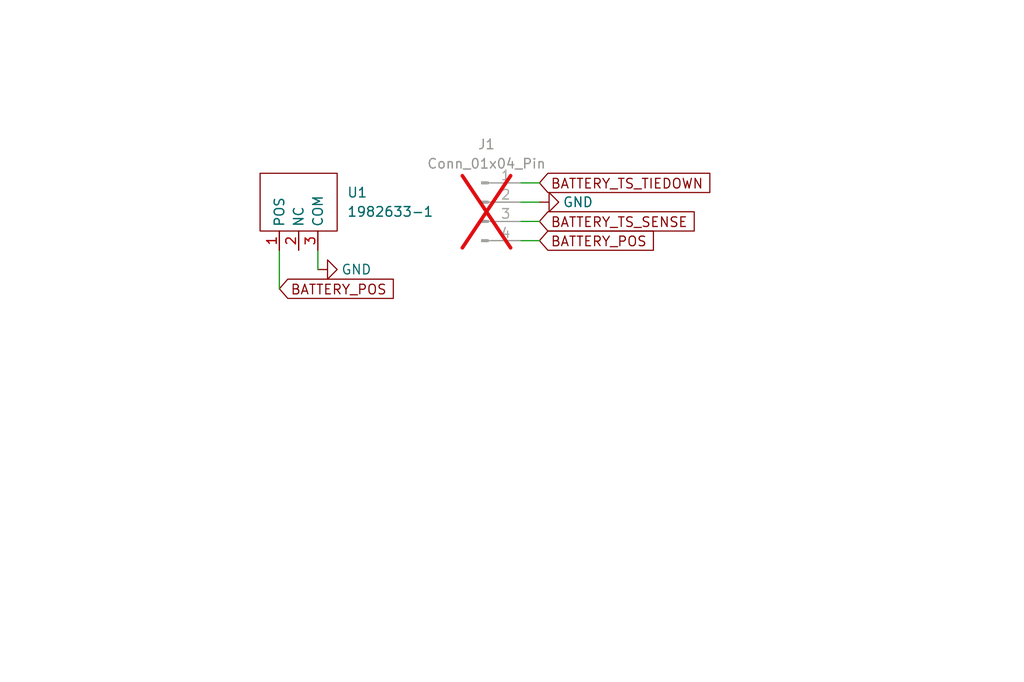
<source format=kicad_sch>
(kicad_sch (version 20231120) (generator "eeschema") (generator_version "8.0")
  (paper "User" 135.001 89.9922)
  (title_block (title "ProCon Battery PCB") (date "2024-10-29") (company "Hand Held Legend, LLC") (comment 1 "Designed by Mitch Cairns"))
  (lib_symbols
    (symbol "Connector:Conn_01x04_Pin" (pin_names (offset 1.016) hide)
      (property "Reference" "J" (at 0 5.08 0))
      (property "Value" "Conn_01x04_Pin" (at 0 -7.62 0))
      (symbol "Conn_01x04_Pin_1_1"
        (polyline (pts (xy 1.27 -5.08) (xy 0.8636 -5.08)) (stroke (width 0.1524)))
        (polyline (pts (xy 1.27 -2.54) (xy 0.8636 -2.54)) (stroke (width 0.1524)))
        (polyline (pts (xy 1.27 0) (xy 0.8636 0)) (stroke (width 0.1524)))
        (polyline (pts (xy 1.27 2.54) (xy 0.8636 2.54)) (stroke (width 0.1524)))
        (rectangle (start 0.8636 -4.953) (end 0 -5.207) (stroke (width 0.1524)) (fill (type outline)))
        (rectangle (start 0.8636 -2.413) (end 0 -2.667) (stroke (width 0.1524)) (fill (type outline)))
        (rectangle (start 0.8636 0.127) (end 0 -0.127) (stroke (width 0.1524)) (fill (type outline)))
        (rectangle (start 0.8636 2.667) (end 0 2.413) (stroke (width 0.1524)) (fill (type outline)))
        (pin passive line (at 5.08 2.54 180) (length 3.81) (name "Pin_1") (number "1"))
        (pin passive line (at 5.08 0 180) (length 3.81) (name "Pin_2") (number "2"))
        (pin passive line (at 5.08 -2.54 180) (length 3.81) (name "Pin_3") (number "3"))
        (pin passive line (at 5.08 -5.08 180) (length 3.81) (name "Pin_4") (number "4"))
      )
    )
    (symbol "hhl:1982633-1"
      (property "Reference" "U" (at -1.27 5.08 0))
      (property "Value" "1982633-1" (at 0 7.62 0))
      (symbol "1982633-1_0_1"
        (rectangle (start -5.08 3.81) (end 5.08 -3.81))
      )
      (symbol "1982633-1_1_1"
        (pin input line (at -2.54 -6.35 90) (length 2.54) (name "POS") (number "1"))
        (pin input line (at 0 -6.35 90) (length 2.54) (name "NC") (number "2"))
        (pin input line (at 2.54 -6.35 90) (length 2.54) (name "COM") (number "3"))
      )
    )
    (symbol "power:GND" (power) (pin_names (offset 0))
      (property "Value" "GND" (at 0 -3.81 0))
      (symbol "GND_0_1"
        (polyline (pts (xy 0 0) (xy 0 -1.27) (xy 1.27 -1.27) (xy 0 -2.54) (xy -1.27 -1.27) (xy 0 -1.27)))
      )
      (symbol "GND_1_1"
        (pin power_in line (at 0 0 270) (length 0) hide (name "GND") (number "1"))
      )
    )
  )
  (wire (pts (xy 68.58 24.13) (xy 71.12 24.13)))
  (wire (pts (xy 41.91 33.02) (xy 41.91 35.56)))
  (wire (pts (xy 68.58 31.75) (xy 71.12 31.75)))
  (wire (pts (xy 68.58 29.21) (xy 71.12 29.21)))
  (wire (pts (xy 68.58 26.67) (xy 71.12 26.67)))
  (wire (pts (xy 36.83 33.02) (xy 36.83 38.1)))
  (global_label "BATTERY_TS_TIEDOWN" (shape input) (at 71.12 24.13 0) (property "Intersheetrefs" "${INTERSHEET_REFS}" (effects (hide yes))))
  (global_label "BATTERY_POS" (shape input) (at 71.12 31.75 0) (property "Intersheetrefs" "${INTERSHEET_REFS}" (effects (hide yes))))
  (global_label "BATTERY_TS_SENSE" (shape input) (at 71.12 29.21 0) (property "Intersheetrefs" "${INTERSHEET_REFS}" (effects (hide yes))))
  (global_label "BATTERY_POS" (shape input) (at 36.83 38.1 0) (property "Intersheetrefs" "${INTERSHEET_REFS}" (effects (hide yes))))
  (symbol (lib_id "hhl:1982633-1") (at 39.37 26.67 0) (unit 1)
    (property "Reference" "U1" (at 45.72 25.4 0) (effects (justify left)))
    (property "Value" "1982633-1" (at 45.72 27.94 0) (effects (justify left)))
    (property "Footprint" "hhl:1982633-1" (effects (hide yes)))
    (property "Datasheet" "https://www.te.com/commerce/DocumentDelivery/DDEController?Action=showdoc&DocId=Customer+Drawing%7F1982633%7FA%7Fpdf%7FEnglish%7FENG_CD_1982633_A.pdf%7F1982633-1" (effects (hide yes)))
    (property "Description" "BatteryConnector" (effects (hide yes)))
    (property "MPN" "1982633-1" (effects (hide yes)))
    (property "Price" "1.08" (effects (hide yes)))
    (property "LCSC" "C5877665" (effects (hide yes)))
    (property "Link" "https://www.lcsc.com/product-detail/BatteryConnector_TE-Connectivity-1982633-1_C5877665.html" (effects (hide yes)))
    (property "Package" "-" (effects (hide yes)))
  )
  (symbol (lib_id "Connector:Conn_01x04_Pin") (at 63.5 26.67 0) (unit 1) (in_bom no) (dnp yes)
    (property "Reference" "J1" (at 64.135 19.05 0))
    (property "Value" "Conn_01x04_Pin" (at 64.135 21.59 0))
    (property "Footprint" "hhl:4PinHeaderLong" (effects (hide yes)))
  )
  (symbol (lib_id "power:GND") (at 71.12 26.67 90) (unit 1)
    (property "Reference" "#PWR01" (effects (hide yes)))
    (property "Value" "GND" (at 76.2 26.67 90))
  )
  (symbol (lib_id "power:GND") (at 41.91 35.56 90) (unit 1)
    (property "Reference" "#PWR02" (effects (hide yes)))
    (property "Value" "GND" (at 46.99 35.56 90))
  )
)
</source>
